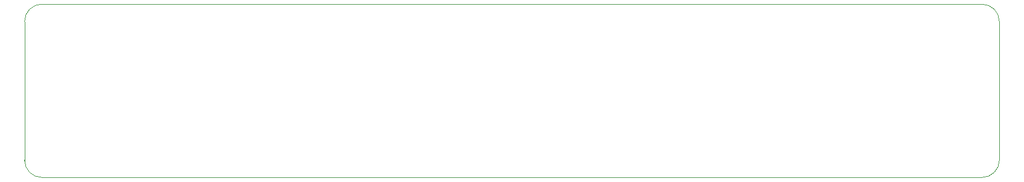
<source format=gm1>
G04 #@! TF.GenerationSoftware,KiCad,Pcbnew,9.0.2-9.0.2-0~ubuntu22.04.1*
G04 #@! TF.CreationDate,2025-06-09T06:08:18+02:00*
G04 #@! TF.ProjectId,passive_PSU_Rev-A,70617373-6976-4655-9f50-53555f526576,rev?*
G04 #@! TF.SameCoordinates,Original*
G04 #@! TF.FileFunction,Profile,NP*
%FSLAX46Y46*%
G04 Gerber Fmt 4.6, Leading zero omitted, Abs format (unit mm)*
G04 Created by KiCad (PCBNEW 9.0.2-9.0.2-0~ubuntu22.04.1) date 2025-06-09 06:08:18*
%MOMM*%
%LPD*%
G01*
G04 APERTURE LIST*
G04 #@! TA.AperFunction,Profile*
%ADD10C,0.050000*%
G04 #@! TD*
G04 APERTURE END LIST*
D10*
X50000000Y-70000000D02*
X50000000Y-90000000D01*
X52500000Y-92500000D02*
X187500000Y-92500000D01*
X190000000Y-90000000D02*
G75*
G02*
X187500000Y-92500000I-2500000J0D01*
G01*
X190000000Y-70000000D02*
X190000000Y-90000000D01*
X52500000Y-67500000D02*
X187500000Y-67500000D01*
X187500000Y-67500000D02*
G75*
G02*
X190000000Y-70000000I0J-2500000D01*
G01*
X52500000Y-92500000D02*
G75*
G02*
X50000000Y-90000000I0J2500000D01*
G01*
X50000000Y-70000000D02*
G75*
G02*
X52500000Y-67500000I2500000J0D01*
G01*
M02*

</source>
